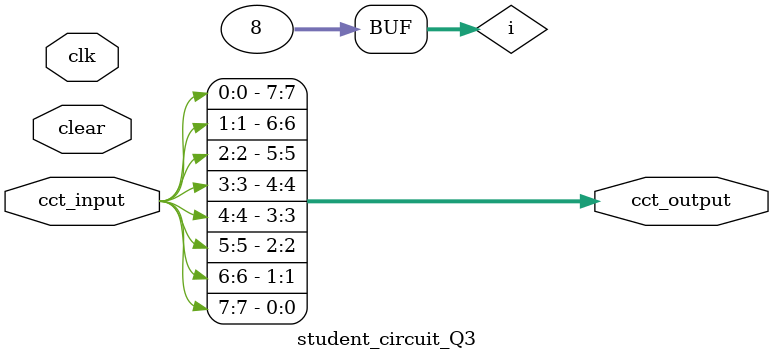
<source format=sv>
module student_circuit_Q3 (
	input wire        clk,
	input wire        clear,
	input wire  [7:0] cct_input,
	output reg  [7:0] cct_output
);
	integer i;
	always @ *
		for (i = 0; i < 8; i++)
			cct_output[i]  = cct_input[7-i];

endmodule

</source>
